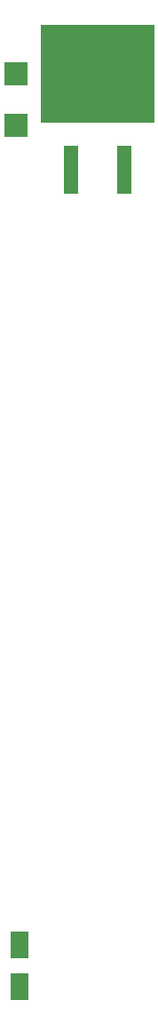
<source format=gbp>
G04*
G04 #@! TF.GenerationSoftware,Altium Limited,Altium Designer,19.1.7 (138)*
G04*
G04 Layer_Color=128*
%FSLAX25Y25*%
%MOIN*%
G70*
G01*
G75*
%ADD41R,0.05315X0.18110*%
%ADD42R,0.42520X0.37008*%
%ADD180R,0.08898X0.08504*%
%ADD181R,0.06693X0.09843*%
D41*
X70787Y325984D02*
D03*
X50787D02*
D03*
D42*
X60787Y362008D02*
D03*
D180*
X29921Y362010D02*
D03*
Y342715D02*
D03*
D181*
X31496Y35433D02*
D03*
Y19685D02*
D03*
M02*

</source>
